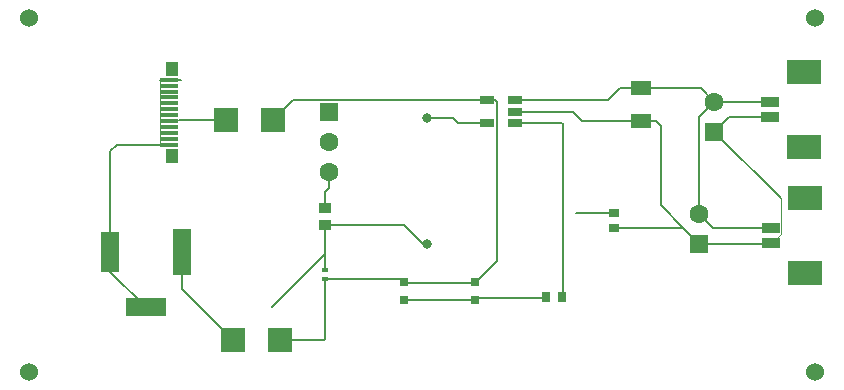
<source format=gtl>
%FSTAX23Y23*%
%MOIN*%
%SFA1B1*%

%IPPOS*%
%ADD20R,0.031500X0.031500*%
%ADD21R,0.019680X0.015750*%
%ADD23R,0.071110X0.051360*%
%ADD34R,0.059060X0.013780*%
%ADD35R,0.039370X0.046460*%
%ADD36R,0.051180X0.027560*%
%ADD37R,0.062990X0.031890*%
%ADD38R,0.118110X0.082680*%
%ADD39R,0.078740X0.078740*%
%ADD40R,0.029530X0.033470*%
%ADD41R,0.041340X0.035430*%
%ADD42R,0.033470X0.029530*%
%ADD43C,0.000500*%
%ADD44C,0.005910*%
%ADD45C,0.000250*%
%ADD46C,0.060000*%
%ADD47R,0.062990X0.062990*%
%ADD48C,0.062990*%
%ADD49R,0.137800X0.059060*%
%ADD50R,0.059060X0.137800*%
%ADD51R,0.059060X0.157480*%
%ADD52C,0.031500*%
%ADD53C,0.001000*%
%LNpcb1_(1)-1*%
%LPD*%
G54D20*
X01299Y00349D03*
Y0029D03*
X01535Y00349D03*
Y0029D03*
G54D21*
X01035Y0039D03*
Y00359D03*
G54D23*
X02089Y00885D03*
Y00995D03*
G54D34*
X00517Y01023D03*
Y01003D03*
Y00983D03*
Y00964D03*
Y00944D03*
Y00924D03*
Y00905D03*
Y00885D03*
Y00865D03*
Y00846D03*
Y00826D03*
Y00806D03*
G54D35*
X00527Y00769D03*
Y0106D03*
G54D36*
X01669Y0088D03*
Y00917D03*
Y00955D03*
X01575D03*
Y0088D03*
G54D37*
X02522Y00529D03*
Y0048D03*
X02518Y00949D03*
Y009D03*
G54D38*
X02636Y0063D03*
Y0038D03*
X02632Y0105D03*
Y008D03*
G54D39*
X00863Y0089D03*
X00706D03*
X00887Y00155D03*
X0073D03*
G54D40*
X01825Y003D03*
X01773D03*
G54D41*
X01036Y00538D03*
Y00595D03*
G54D42*
X02Y00528D03*
Y0058D03*
G54D43*
X01999Y00529D02*
X02009D01*
X02527Y0048D02*
X02555Y00508D01*
X02522Y00475D02*
X02525Y00478D01*
X02527Y0048*
X00321Y00383D02*
Y0045D01*
X00486Y00808D02*
X00488Y00806D01*
X00486Y00808D02*
Y01021D01*
X02522Y0048D02*
X02527D01*
X00488Y00806D02*
X00517D01*
X02555Y00508D02*
Y00629D01*
G54D44*
X01535Y00295D02*
X01778D01*
X01299Y0029D02*
X01535D01*
X01299Y0029D02*
X01299Y0029D01*
X01535Y00295D02*
Y003D01*
X01299Y00349D02*
X01304Y00344D01*
X01289Y00359D02*
X01299Y00349D01*
X01035Y00359D02*
X01289D01*
X02155Y00675D02*
Y0087D01*
Y00604D02*
Y00675D01*
Y00604D02*
X02229Y00529D01*
X00517Y01023D02*
X00557D01*
X02089Y00885D02*
X0214D01*
X01036Y00443D02*
Y00538D01*
X01035Y0039D02*
X01036Y00443D01*
Y00538D02*
X01301D01*
X01366Y00473*
X00321Y0045D02*
Y00784D01*
X00344Y00806*
X00488*
X00486Y01021D02*
X00517Y01023D01*
X02334Y0085D02*
X02555Y00629D01*
X02334Y0085D02*
X02384Y009D01*
X01862Y00917D02*
X01894Y00885D01*
X01669Y00917D02*
X01862D01*
X00887Y00155D02*
X01032D01*
X01035Y00158*
X01304Y00344D02*
X01535D01*
X01611Y0042*
Y00948*
X00863Y0089D02*
X00928Y00955D01*
X02284Y00575D02*
Y009D01*
X02334Y0095*
X02289Y00995D02*
X02334Y0095D01*
X02413Y00949D02*
X02493D01*
X02019Y00995D02*
X02089D01*
X01978Y00955D02*
X02019Y00995D01*
X00558Y00327D02*
X0073Y00155D01*
X00558Y00327D02*
Y0045D01*
X01366Y00897D02*
X01462D01*
X01478Y0088*
X01036Y00595D02*
Y00649D01*
X01049Y00661*
Y00715*
X0214Y00885D02*
X02155Y0087D01*
X02009Y00529D02*
X02229D01*
X00858Y00265D02*
X01036Y00443D01*
X00321Y00383D02*
X0044Y00265D01*
X02229Y00529D02*
X02284Y00475D01*
X02522*
X02384Y009D02*
X02493D01*
X01894Y00885D02*
X02089D01*
X00928Y00955D02*
X01575D01*
X01604*
X01611Y00948*
X01035Y00158D02*
Y00359D01*
X02284Y00575D02*
X02329Y00529D01*
X02522*
X02089Y00995D02*
X02289D01*
X02334Y0095D02*
X02413D01*
X01669Y00955D02*
X01978D01*
X01874Y0058D02*
X01999D01*
X01478Y0088D02*
X01575D01*
X01669D02*
X01827D01*
X01829Y00295D02*
Y00878D01*
X0055Y0089D02*
X00706D01*
G54D45*
X02413Y0095D02*
X02413Y00949D01*
X01827Y0088D02*
X01829Y00878D01*
G54D46*
X0267Y0123D03*
Y0005D03*
X0005D03*
Y0123D03*
G54D47*
X02284Y00475D03*
X01049Y00915D03*
X02334Y0085D03*
G54D48*
X02284Y00575D03*
X01049Y00815D03*
Y00715D03*
X02334Y0095D03*
G54D49*
X0044Y00265D03*
G54D50*
X00321Y0045D03*
G54D51*
X00558Y0045D03*
G54D52*
X01375Y00475D03*
Y00895D03*
G54D53*
X00557Y01023D03*
X00858Y00265D03*
X01874Y0058D03*
X0055Y0089D03*
M02*
</source>
